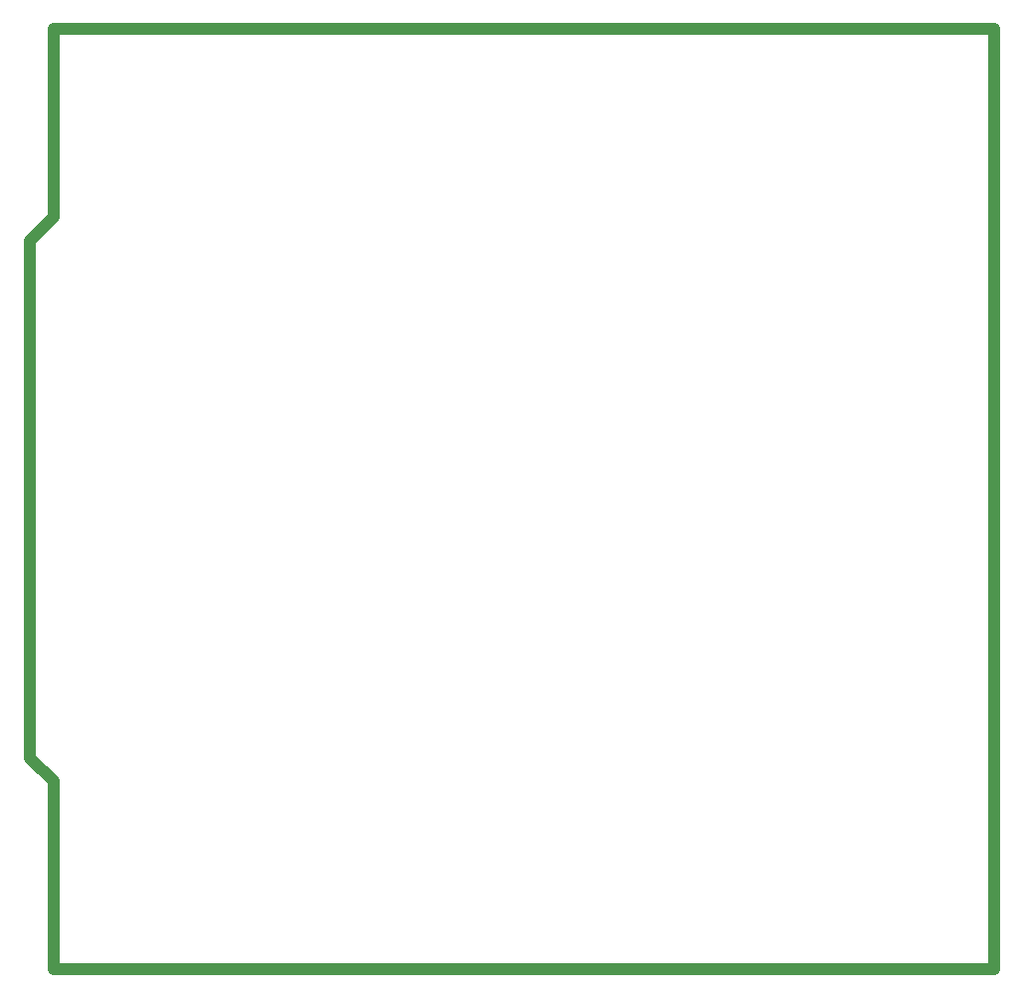
<source format=gko>
G04*
G04 #@! TF.GenerationSoftware,Altium Limited,Altium Designer,20.0.10 (225)*
G04*
G04 Layer_Color=16711935*
%FSLAX25Y25*%
%MOIN*%
G70*
G01*
G75*
%ADD11C,0.03937*%
D11*
X55118D02*
X370079D01*
X55118D02*
Y62992D01*
X47244Y70866D02*
X55118Y62992D01*
X47244Y70866D02*
Y244094D01*
X55118Y251969D01*
Y314961D01*
X370079D01*
Y0D02*
Y314961D01*
M02*

</source>
